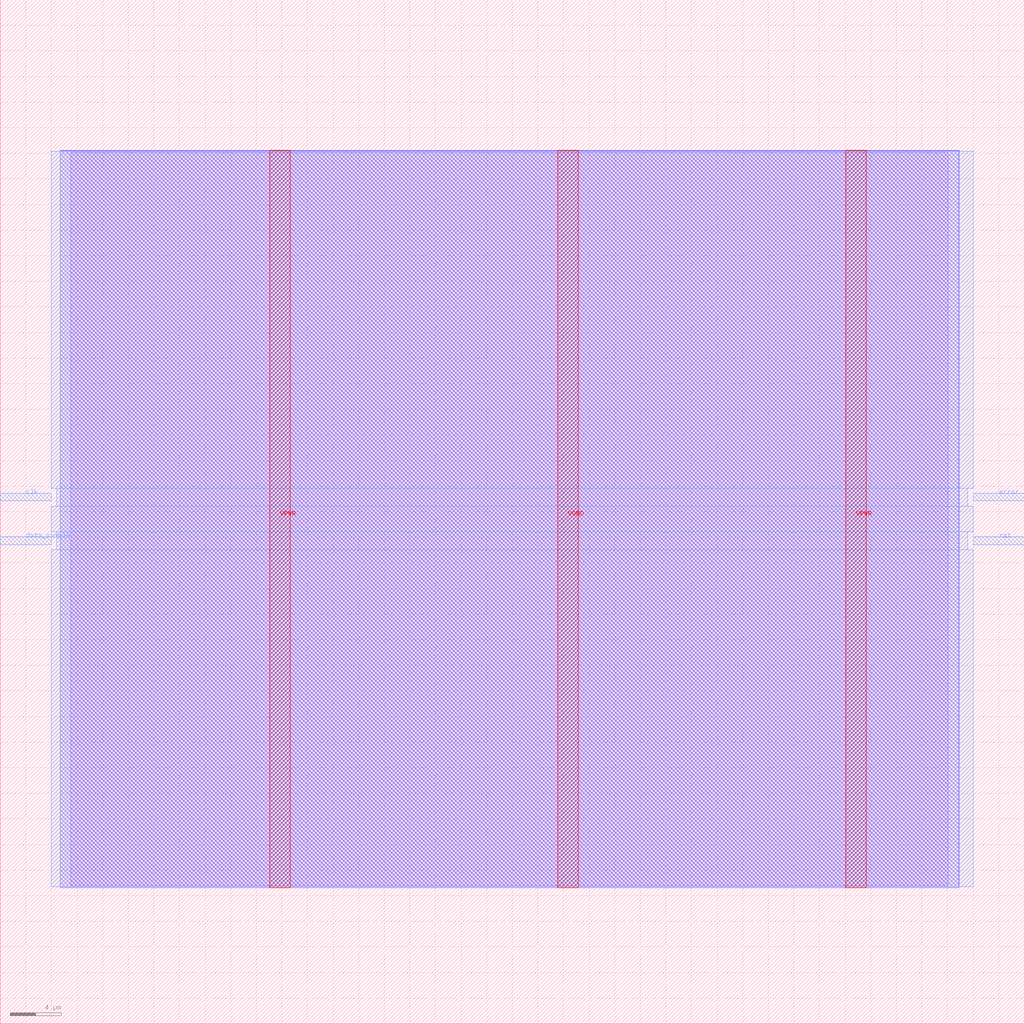
<source format=lef>
VERSION 5.7 ;
  NOWIREEXTENSIONATPIN ON ;
  DIVIDERCHAR "/" ;
  BUSBITCHARS "[]" ;
MACRO Top_csr
  CLASS BLOCK ;
  FOREIGN Top_csr ;
  ORIGIN 0.000 0.000 ;
  SIZE 80.000 BY 80.000 ;
  PIN VGND
    DIRECTION INOUT ;
    USE GROUND ;
    PORT
      LAYER met4 ;
        RECT 43.540 10.640 45.140 68.240 ;
    END
  END VGND
  PIN VPWR
    DIRECTION INOUT ;
    USE POWER ;
    PORT
      LAYER met4 ;
        RECT 21.040 10.640 22.640 68.240 ;
    END
    PORT
      LAYER met4 ;
        RECT 66.040 10.640 67.640 68.240 ;
    END
  END VPWR
  PIN clk
    DIRECTION INPUT ;
    USE SIGNAL ;
    ANTENNAGATEAREA 0.852000 ;
    PORT
      LAYER met3 ;
        RECT 0.000 40.840 4.000 41.440 ;
    END
  END clk
  PIN data_sample
    DIRECTION INPUT ;
    USE SIGNAL ;
    ANTENNAGATEAREA 0.196500 ;
    PORT
      LAYER met3 ;
        RECT 0.000 37.440 4.000 38.040 ;
    END
  END data_sample
  PIN error
    DIRECTION OUTPUT ;
    USE SIGNAL ;
    ANTENNADIFFAREA 0.795200 ;
    PORT
      LAYER met3 ;
        RECT 76.000 40.840 80.000 41.440 ;
    END
  END error
  PIN rst
    DIRECTION INPUT ;
    USE SIGNAL ;
    ANTENNAGATEAREA 0.196500 ;
    PORT
      LAYER met3 ;
        RECT 76.000 37.440 80.000 38.040 ;
    END
  END rst
  OBS
      LAYER li1 ;
        RECT 5.520 10.795 74.060 68.085 ;
      LAYER met1 ;
        RECT 4.670 10.640 74.910 68.240 ;
      LAYER met2 ;
        RECT 4.690 10.695 74.890 68.185 ;
      LAYER met3 ;
        RECT 4.000 41.840 76.000 68.165 ;
        RECT 4.400 40.440 75.600 41.840 ;
        RECT 4.000 38.440 76.000 40.440 ;
        RECT 4.400 37.040 75.600 38.440 ;
        RECT 4.000 10.715 76.000 37.040 ;
  END
END Top_csr
END LIBRARY


</source>
